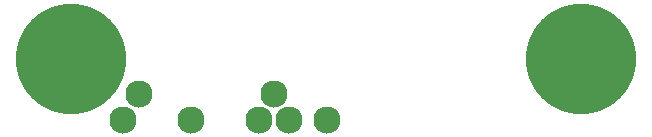
<source format=gts>
%TF.GenerationSoftware,KiCad,Pcbnew,9.0.5*%
%TF.CreationDate,2025-10-14T17:21:27+01:00*%
%TF.ProjectId,vm_pogodaptor,766d5f70-6f67-46f6-9461-70746f722e6b,0.1*%
%TF.SameCoordinates,Original*%
%TF.FileFunction,Soldermask,Top*%
%TF.FilePolarity,Negative*%
%FSLAX45Y45*%
G04 Gerber Fmt 4.5, Leading zero omitted, Abs format (unit mm)*
G04 Created by KiCad (PCBNEW 9.0.5) date 2025-10-14 17:21:27*
%MOMM*%
%LPD*%
G01*
G04 APERTURE LIST*
%ADD10C,2.300000*%
%ADD11C,9.370000*%
G04 APERTURE END LIST*
D10*
%TO.C,TP3*%
X-1140000Y-420000D03*
%TD*%
%TO.C,TP5*%
X-440427Y-194817D03*
%TD*%
%TO.C,TP4*%
X-570000Y-420000D03*
%TD*%
%TO.C,TP6*%
X-310000Y-420000D03*
%TD*%
D11*
%TO.C,CN2*%
X2159000Y100000D03*
%TD*%
D10*
%TO.C,TP7*%
X10000Y-420000D03*
%TD*%
D11*
%TO.C,CN1*%
X-2159000Y100000D03*
%TD*%
D10*
%TO.C,TP2*%
X-1585427Y-194817D03*
%TD*%
%TO.C,TP1*%
X-1715000Y-420000D03*
%TD*%
M02*

</source>
